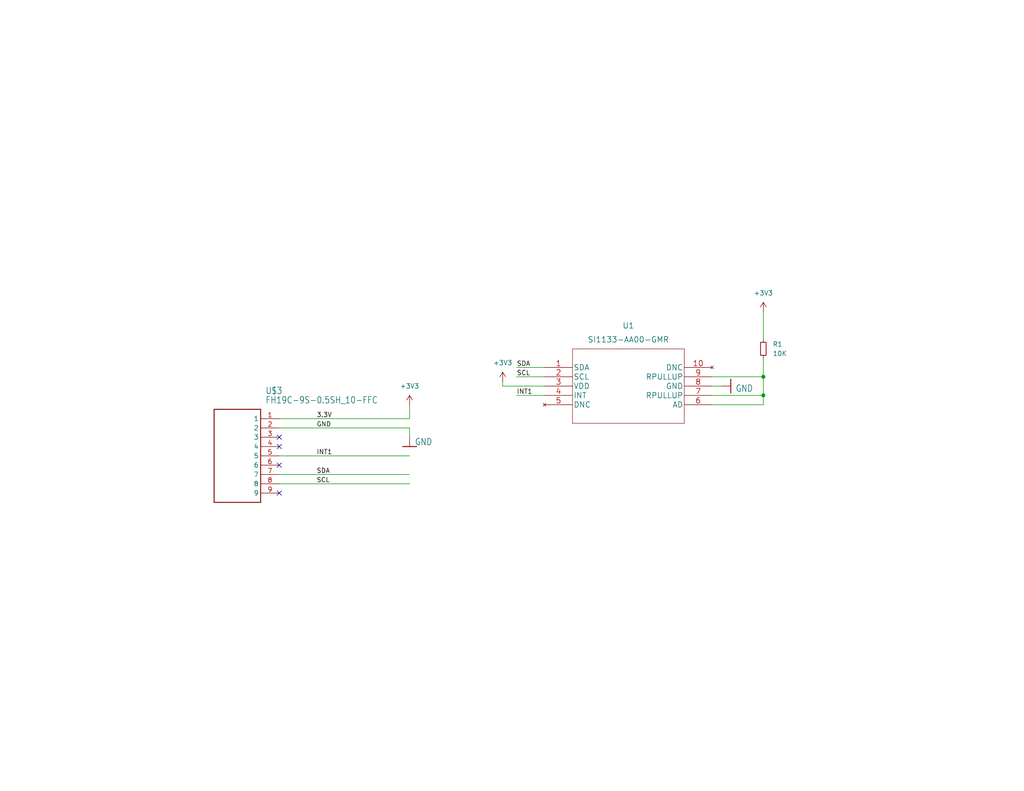
<source format=kicad_sch>
(kicad_sch (version 20211123) (generator eeschema)
  (paper "USLetter")
  (title_block (date "2022-04-23"))
  (lib_symbols
    (symbol "2022-04-23_15-51-12:SI1133-AA00-GMR" (pin_names (offset 0.254))
      (property "Reference" "U" (at 22.86 10.16 0))
      (property "Value" "SI1133-AA00-GMR" (at 22.86 7.62 0))
      (symbol "SI1133-AA00-GMR_1_1"
        (polyline (pts (xy 7.62 -15.24) (xy 38.1 -15.24)) (stroke (width 0.127)))
        (polyline (pts (xy 7.62 5.08) (xy 7.62 -15.24)) (stroke (width 0.127)))
        (polyline (pts (xy 38.1 -15.24) (xy 38.1 5.08)) (stroke (width 0.127)))
        (polyline (pts (xy 38.1 5.08) (xy 7.62 5.08)) (stroke (width 0.127)))
        (pin bidirectional line (at 0 0 0) (length 7.62) (name "SDA") (number "1"))
        (pin no_connect line (at 45.72 0 180) (length 7.62) (name "DNC") (number "10"))
        (pin input line (at 0 -2.54 0) (length 7.62) (name "SCL") (number "2"))
        (pin power_in line (at 0 -5.08 0) (length 7.62) (name "VDD") (number "3"))
        (pin bidirectional line (at 0 -7.62 0) (length 7.62) (name "INT") (number "4"))
        (pin no_connect line (at 0 -10.16 0) (length 7.62) (name "DNC") (number "5"))
        (pin input line (at 45.72 -10.16 180) (length 7.62) (name "AD") (number "6"))
        (pin input line (at 45.72 -7.62 180) (length 7.62) (name "RPULLUP") (number "7"))
        (pin power_in line (at 45.72 -5.08 180) (length 7.62) (name "GND") (number "8"))
        (pin input line (at 45.72 -2.54 180) (length 7.62) (name "RPULLUP") (number "9"))
      )
    )
    (symbol "Device:R_Small" (pin_numbers hide) (pin_names (offset 0.254) hide)
      (property "Reference" "R" (at 0.762 0.508 0))
      (property "Value" "R_Small" (at 0.762 -1.016 0))
      (symbol "R_Small_0_1"
        (rectangle (start -0.762 1.778) (end 0.762 -1.778) (stroke (width 0.2032)))
      )
      (symbol "R_Small_1_1"
        (pin passive line (at 0 2.54 270) (length 0.762) (name "~") (number "1"))
        (pin passive line (at 0 -2.54 90) (length 0.762) (name "~") (number "2"))
      )
    )
    (symbol "OSO-MISC-21-002 Sensor Watch Environment-eagle-import:FH19C-9S-0.5SH_10-FFC"
      (property "Value" "FH19C-9S-0.5SH_10-FFC" (at 8.89 15.24 0))
      (symbol "FH19C-9S-0.5SH_10-FFC_1_0"
        (polyline (pts (xy -5.08 12.7) (xy -5.08 -12.7)) (stroke (width 0.254)))
        (polyline (pts (xy -5.08 12.7) (xy 7.62 12.7)) (stroke (width 0.254)))
        (polyline (pts (xy 7.62 -12.7) (xy -5.08 -12.7)) (stroke (width 0.254)))
        (polyline (pts (xy 7.62 -12.7) (xy 7.62 12.7)) (stroke (width 0.254)))
        (pin bidirectional line (at 12.7 10.16 180) (length 5.08) (name "1") (number "1"))
        (pin bidirectional line (at 12.7 7.62 180) (length 5.08) (name "2") (number "2"))
        (pin bidirectional line (at 12.7 5.08 180) (length 5.08) (name "3") (number "3"))
        (pin bidirectional line (at 12.7 2.54 180) (length 5.08) (name "4") (number "4"))
        (pin bidirectional line (at 12.7 0 180) (length 5.08) (name "5") (number "5"))
        (pin bidirectional line (at 12.7 -2.54 180) (length 5.08) (name "6") (number "6"))
        (pin bidirectional line (at 12.7 -5.08 180) (length 5.08) (name "7") (number "7"))
        (pin bidirectional line (at 12.7 -7.62 180) (length 5.08) (name "8") (number "8"))
        (pin bidirectional line (at 12.7 -10.16 180) (length 5.08) (name "9") (number "9"))
      )
    )
    (symbol "OSO-MISC-21-002 Sensor Watch Environment-eagle-import:GND" (power)
      (property "Value" "GND" (at -2.54 -2.54 0))
      (symbol "GND_1_0"
        (polyline (pts (xy -1.905 0) (xy 1.905 0)) (stroke (width 0.254)))
        (pin power_in line (at 0 2.54 270) (length 2.54) (name "GND") (number "1"))
      )
    )
    (symbol "power:+3V3" (power) (pin_names (offset 0))
      (property "Value" "+3V3" (at 0 3.556 0))
      (symbol "+3V3_0_1"
        (polyline (pts (xy -0.762 1.27) (xy 0 2.54)))
        (polyline (pts (xy 0 0) (xy 0 2.54)))
        (polyline (pts (xy 0 2.54) (xy 0.762 1.27)))
      )
      (symbol "+3V3_1_1"
        (pin power_in line (at 0 0 90) (length 0) hide (name "+3V3") (number "1"))
      )
    )
  )
  (junction (at 208.28 102.87))
  (junction (at 208.28 107.95))
  (no_connect (at 76.2 134.62))
  (no_connect (at 76.2 121.92))
  (no_connect (at 76.2 127))
  (no_connect (at 76.2 119.38))
  (wire (pts (xy 208.28 85.09) (xy 208.28 92.71)))
  (wire (pts (xy 111.76 110.49) (xy 111.76 114.3)))
  (wire (pts (xy 140.97 107.95) (xy 148.59 107.95)))
  (wire (pts (xy 194.31 107.95) (xy 208.28 107.95)))
  (wire (pts (xy 148.59 105.41) (xy 137.16 105.41)))
  (wire (pts (xy 111.76 116.84) (xy 76.2 116.84)))
  (wire (pts (xy 208.28 107.95) (xy 208.28 102.87)))
  (wire (pts (xy 111.76 132.08) (xy 76.2 132.08)))
  (wire (pts (xy 208.28 102.87) (xy 208.28 97.79)))
  (wire (pts (xy 111.76 116.84) (xy 111.76 119.38)))
  (wire (pts (xy 194.31 110.49) (xy 208.28 110.49)))
  (wire (pts (xy 137.16 104.14) (xy 137.16 105.41)))
  (wire (pts (xy 111.76 114.3) (xy 76.2 114.3)))
  (wire (pts (xy 194.31 105.41) (xy 196.85 105.41)))
  (wire (pts (xy 208.28 110.49) (xy 208.28 107.95)))
  (wire (pts (xy 140.97 100.33) (xy 148.59 100.33)))
  (wire (pts (xy 76.2 124.46) (xy 111.76 124.46)))
  (wire (pts (xy 111.76 129.54) (xy 76.2 129.54)))
  (wire (pts (xy 140.97 102.87) (xy 148.59 102.87)))
  (wire (pts (xy 194.31 102.87) (xy 208.28 102.87)))
  (label "3.3V" (at 86.36 114.3 0) (effects (font (size 1.2446 1.2446))))
  (label "INT1" (at 140.97 107.95 0))
  (label "SCL" (at 86.36 132.08 0) (effects (font (size 1.2446 1.2446))))
  (label "GND" (at 86.36 116.84 0) (effects (font (size 1.2446 1.2446))))
  (label "SDA" (at 86.36 129.54 0) (effects (font (size 1.2446 1.2446))))
  (label "SCL" (at 140.97 102.87 0))
  (label "SDA" (at 140.97 100.33 0))
  (label "INT1" (at 86.36 124.46 0))
  (symbol (lib_id "power:+3V3") (at 208.28 85.09 0) (unit 1)
    (property "Reference" "#PWR03" (effects hide))
    (property "Value" "+3V3" (at 208.28 80.01 0))
  )
  (symbol (lib_id "power:+3V3") (at 111.76 110.49 0) (unit 1)
    (property "Reference" "#PWR01" (effects hide))
    (property "Value" "+3V3" (at 111.76 105.41 0))
  )
  (symbol (lib_id "power:+3V3") (at 137.16 104.14 0) (unit 1)
    (property "Reference" "#PWR02" (effects hide))
    (property "Value" "+3V3" (at 137.16 99.06 0))
  )
  (symbol (lib_id "Device:R_Small") (at 208.28 95.25 0) (unit 1)
    (property "Reference" "R1" (at 210.82 93.9799 0) (effects (justify left)))
    (property "Value" "10K" (at 210.82 96.5199 0) (effects (justify left)))
    (property "Footprint" "Resistor_SMD:R_0603_1608Metric_Pad0.98x0.95mm_HandSolder" (effects hide))
  )
  (symbol (lib_id "OSO-MISC-21-002 Sensor Watch Environment-eagle-import:GND") (at 199.39 105.41 90) (unit 1)
    (property "Reference" "#GND02" (effects hide))
    (property "Value" "GND" (at 200.66 106.045 90) (effects (font (size 1.778 1.5113)) (justify right)))
    (property "Footprint" "OSO-MISC-21-002 Sensor Watch Environment:" (effects hide))
  )
  (symbol (lib_id "OSO-MISC-21-002 Sensor Watch Environment-eagle-import:FH19C-9S-0.5SH_10-FFC") (at 63.5 124.46 0) (unit 1)
    (property "Reference" "U$3" (at 72.39 106.68 0) (effects (font (size 1.778 1.5113)) (justify left)))
    (property "Value" "FH19C-9S-0.5SH_10-FFC" (at 72.39 109.22 0) (effects (font (size 1.778 1.5113)) (justify left)))
    (property "Footprint" "UV-Sensor:FH19C9S05SH10-FFC" (effects hide))
  )
  (symbol (lib_id "OSO-MISC-21-002 Sensor Watch Environment-eagle-import:GND") (at 111.76 121.92 0) (unit 1)
    (property "Reference" "#GND01" (effects hide))
    (property "Value" "GND" (at 115.57 120.65 0) (effects (font (size 1.778 1.5113))))
    (property "Footprint" "OSO-MISC-21-002 Sensor Watch Environment:" (effects hide))
  )
  (symbol (lib_id "2022-04-23_15-51-12:SI1133-AA00-GMR") (at 148.59 100.33 0) (unit 1)
    (property "Reference" "U1" (at 171.45 88.9 0) (effects (font (size 1.524 1.524))))
    (property "Value" "SI1133-AA00-GMR" (at 171.45 92.71 0) (effects (font (size 1.524 1.524))))
    (property "Footprint" "UV-Sensor:SI1133-AA00-GMR" (effects hide))
  )
)
</source>
